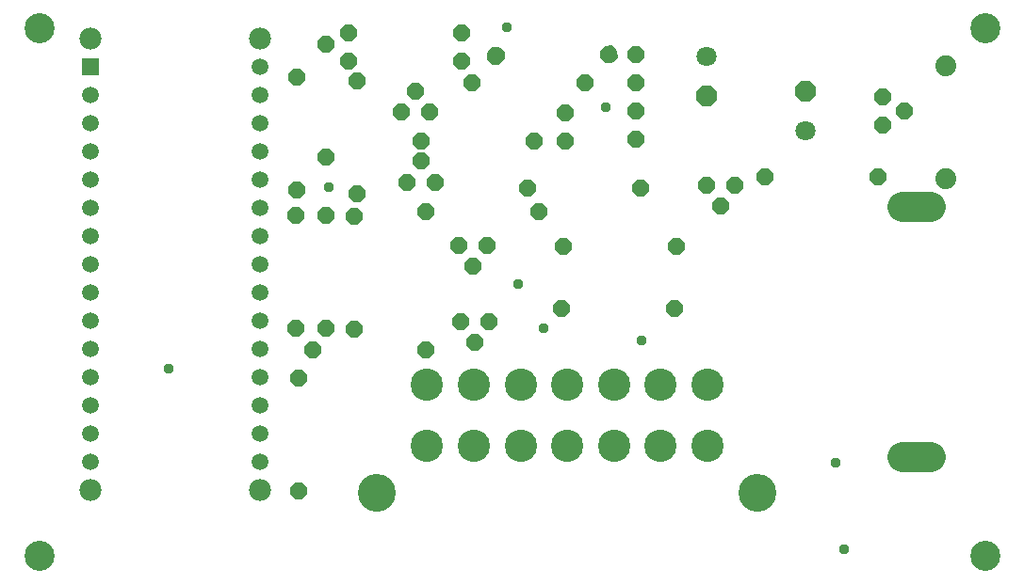
<source format=gts>
G75*
%MOIN*%
%OFA0B0*%
%FSLAX25Y25*%
%IPPOS*%
%LPD*%
%AMOC8*
5,1,8,0,0,1.08239X$1,22.5*
%
%ADD10C,0.10643*%
%ADD11C,0.07800*%
%ADD12R,0.05950X0.05950*%
%ADD13C,0.05950*%
%ADD14OC8,0.07100*%
%ADD15C,0.07100*%
%ADD16OC8,0.06000*%
%ADD17C,0.07400*%
%ADD18C,0.10800*%
%ADD19C,0.01200*%
%ADD20C,0.11430*%
%ADD21C,0.13398*%
%ADD22C,0.03778*%
D10*
X0295743Y0017805D03*
X0630388Y0017805D03*
X0630388Y0204813D03*
X0295743Y0204813D03*
D11*
X0313794Y0201152D03*
X0373794Y0201152D03*
X0373794Y0041152D03*
X0313794Y0041152D03*
D12*
X0313794Y0191152D03*
D13*
X0313794Y0181152D03*
X0313794Y0171152D03*
X0313794Y0161152D03*
X0313794Y0151152D03*
X0313794Y0141152D03*
X0313794Y0131152D03*
X0313794Y0121152D03*
X0313794Y0111152D03*
X0313794Y0101152D03*
X0313794Y0091152D03*
X0313794Y0081152D03*
X0313794Y0071152D03*
X0313794Y0061152D03*
X0313794Y0051152D03*
X0373794Y0051152D03*
X0373794Y0061152D03*
X0373794Y0071152D03*
X0373794Y0081152D03*
X0373794Y0091152D03*
X0373794Y0101152D03*
X0373794Y0111152D03*
X0373794Y0121152D03*
X0373794Y0131152D03*
X0373794Y0141152D03*
X0373794Y0151152D03*
X0373794Y0161152D03*
X0373794Y0171152D03*
X0373794Y0181152D03*
X0373794Y0191152D03*
D14*
X0531668Y0180963D03*
X0566668Y0182463D03*
D15*
X0566668Y0168463D03*
X0531668Y0194963D03*
D16*
X0506668Y0195600D03*
X0506668Y0185600D03*
X0488754Y0185679D03*
X0506668Y0175463D03*
X0481648Y0174813D03*
X0481648Y0164813D03*
X0470762Y0165030D03*
X0468498Y0148100D03*
X0472396Y0139734D03*
X0481136Y0127589D03*
X0454168Y0127963D03*
X0444168Y0127963D03*
X0449168Y0120463D03*
X0480585Y0105561D03*
X0454640Y0101033D03*
X0444640Y0101033D03*
X0449640Y0093533D03*
X0432376Y0090797D03*
X0407042Y0098356D03*
X0397022Y0098455D03*
X0386431Y0098652D03*
X0392376Y0090797D03*
X0387416Y0080896D03*
X0387416Y0040896D03*
X0520585Y0105561D03*
X0521136Y0127589D03*
X0536668Y0141713D03*
X0541668Y0149213D03*
X0531668Y0149213D03*
X0508498Y0148100D03*
X0506668Y0165463D03*
X0552524Y0152362D03*
X0592524Y0152362D03*
X0594168Y0170463D03*
X0601668Y0175463D03*
X0594168Y0180463D03*
X0448754Y0185679D03*
X0445113Y0193140D03*
X0444955Y0203278D03*
X0428813Y0182648D03*
X0423813Y0175148D03*
X0433813Y0175148D03*
X0430762Y0165030D03*
X0430880Y0157707D03*
X0425880Y0150207D03*
X0435880Y0150207D03*
X0432396Y0139734D03*
X0408026Y0146289D03*
X0407042Y0138356D03*
X0397022Y0138455D03*
X0386431Y0138652D03*
X0386825Y0147569D03*
X0397140Y0159045D03*
X0408026Y0186289D03*
X0405113Y0193140D03*
X0397140Y0199045D03*
X0404955Y0203278D03*
X0386825Y0187569D03*
D17*
X0616412Y0191526D03*
X0616412Y0151526D03*
D18*
X0611195Y0141456D02*
X0601195Y0141456D01*
X0601195Y0052856D02*
X0611195Y0052856D01*
D19*
X0495421Y0195995D02*
X0494821Y0196595D01*
X0496205Y0198023D01*
X0498192Y0198054D01*
X0499620Y0196670D01*
X0499651Y0194683D01*
X0498267Y0193255D01*
X0496280Y0193224D01*
X0494852Y0194608D01*
X0494821Y0196595D01*
X0495727Y0196236D01*
X0496592Y0197129D01*
X0497833Y0197148D01*
X0498726Y0196283D01*
X0498745Y0195042D01*
X0497880Y0194149D01*
X0496639Y0194130D01*
X0495746Y0194995D01*
X0495727Y0196236D01*
X0496633Y0195877D01*
X0496979Y0196235D01*
X0497474Y0196242D01*
X0497832Y0195896D01*
X0497839Y0195401D01*
X0497493Y0195043D01*
X0496998Y0195036D01*
X0496640Y0195382D01*
X0496633Y0195877D01*
X0455426Y0195367D02*
X0454826Y0195967D01*
X0456210Y0197395D01*
X0458197Y0197426D01*
X0459625Y0196042D01*
X0459656Y0194055D01*
X0458272Y0192627D01*
X0456285Y0192596D01*
X0454857Y0193980D01*
X0454826Y0195967D01*
X0455732Y0195608D01*
X0456597Y0196501D01*
X0457838Y0196520D01*
X0458731Y0195655D01*
X0458750Y0194414D01*
X0457885Y0193521D01*
X0456644Y0193502D01*
X0455751Y0194367D01*
X0455732Y0195608D01*
X0456638Y0195249D01*
X0456984Y0195607D01*
X0457479Y0195614D01*
X0457837Y0195268D01*
X0457844Y0194773D01*
X0457498Y0194415D01*
X0457003Y0194408D01*
X0456645Y0194754D01*
X0456638Y0195249D01*
D20*
X0449424Y0078415D03*
X0465959Y0078415D03*
X0482494Y0078415D03*
X0499030Y0078415D03*
X0515565Y0078415D03*
X0532101Y0078415D03*
X0532101Y0056762D03*
X0515565Y0056762D03*
X0499030Y0056762D03*
X0482494Y0056762D03*
X0465959Y0056762D03*
X0449424Y0056762D03*
X0432888Y0056762D03*
X0432888Y0078415D03*
D21*
X0415172Y0040226D03*
X0549817Y0040226D03*
D22*
X0577400Y0050963D03*
X0580500Y0020363D03*
X0508931Y0094263D03*
X0474200Y0098600D03*
X0465213Y0114063D03*
X0397957Y0148549D03*
X0496235Y0176841D03*
X0460963Y0205363D03*
X0341600Y0084163D03*
M02*

</source>
